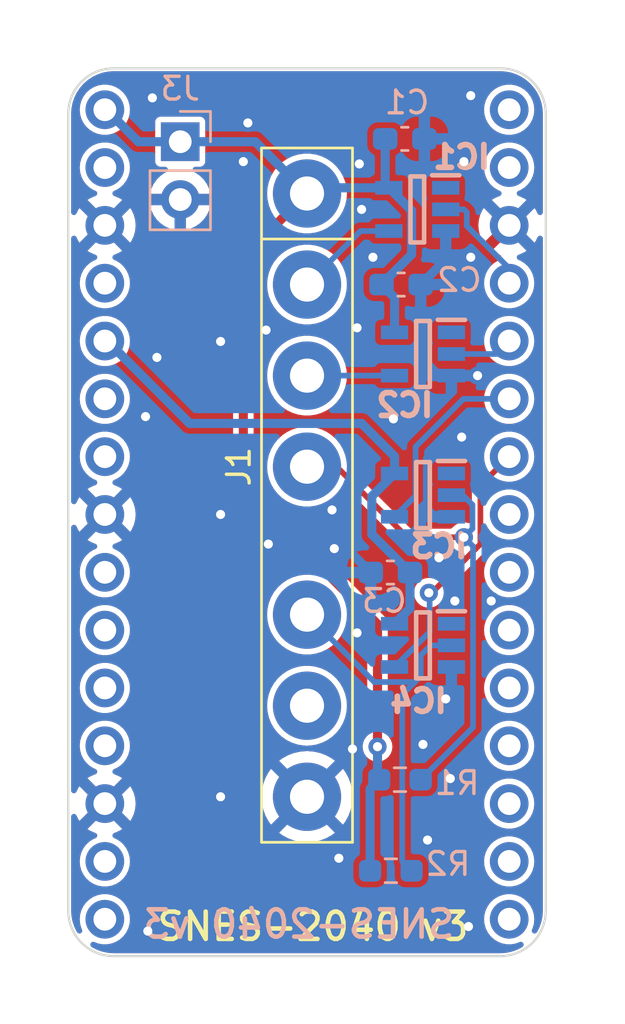
<source format=kicad_pcb>
(kicad_pcb (version 20221018) (generator pcbnew)
  (layers (0 "F.Cu" signal) (31 "B.Cu" signal) (34 "B.Paste" user) (35 "F.Paste" user) (36 "B.SilkS" user "B.Silkscreen") (37 "F.SilkS" user "F.Silkscreen") (38 "B.Mask" user) (39 "F.Mask" user) (44 "Edge.Cuts" user))
  (net 0 "")
  (net 2 "Net-(IC1-A)")
  (net 3 "GND")
  (net 4 "Net-(IC1-Y)")
  (net 5 "+5V")
  (net 7 "Net-(IC2-A)")
  (net 8 "Net-(IC2-Y)")
  (net 10 "Net-(IC3-A)")
  (net 11 "Net-(IC3-Y)")
  (net 12 "+3.3V")
  (net 14 "Net-(IC4-A)")
  (net 15 "Net-(IC4-Y)")
  (footprint "snes_controller:snes_controller_socket" (layer "F.Cu") (at 208.5 80.5 -90)
    (fp_text reference "J1" (at 0 3 90) (layer "F.SilkS"))
    (fp_text value "~")
    (fp_line (start -14 -2) (end 16.5 -2) (stroke (width 0.12)) (layer "F.SilkS"))
    (fp_line (start -14 2) (end -14 -2) (stroke (width 0.12)) (layer "F.SilkS"))
    (fp_line (start -10 -2) (end -10 2) (stroke (width 0.12)) (layer "F.SilkS"))
    (fp_line (start 16.5 -2) (end 16.5 2) (stroke (width 0.12)) (layer "F.SilkS"))
    (fp_line (start 16.5 2) (end -14 2) (stroke (width 0.12)) (layer "F.SilkS"))
    (pad "1" thru_hole circle (at -12 0 270) (size 3 3) (drill 1.5) (layers "*.Cu" "*.Mask") (net 5 "+5V"))
    (pad "2" thru_hole circle (at -8 0 270) (size 3 3) (drill 1.5) (layers "*.Cu" "*.Mask") (net 4 "Net-(IC1-Y)"))
    (pad "3" thru_hole circle (at -4 0 270) (size 3 3) (drill 1.5) (layers "*.Cu" "*.Mask") (net 8 "Net-(IC2-Y)"))
    (pad "4" thru_hole circle (at 0 0 270) (size 3 3) (drill 1.5) (layers "*.Cu" "*.Mask") (net 10 "Net-(IC3-A)"))
    (pad "5" thru_hole circle (at 6.5 0 270) (size 3 3) (drill 1.5) (layers "*.Cu" "*.Mask") (net 14 "Net-(IC4-A)"))
    (pad "6" thru_hole circle (at 10.5 0 270) (size 3 3) (drill 1.5) (layers "*.Cu" "*.Mask"))
    (pad "7" thru_hole circle (at 14.5 0 270) (size 3 3) (drill 1.5) (layers "*.Cu" "*.Mask") (net 3 "GND"))
  )
  (footprint "Capacitor_SMD:C_0603_1608Metric_Pad1.08x0.95mm_HandSolder" (layer "B.Cu") (at 212.6375 72.5)
    (fp_text reference "C2" (at 2.5625 -0.2) (layer "B.SilkS") (effects (justify mirror)))
    (fp_text value "0.1u")
    (fp_line (start -0.146267 -0.51) (end 0.146267 -0.51) (stroke (width 0.12)) (layer "B.SilkS"))
    (fp_line (start -0.146267 0.51) (end 0.146267 0.51) (stroke (width 0.12)) (layer "B.SilkS"))
    (pad "1" smd roundrect (at -0.8625 0) (size 1.075 0.95) (layers "B.Cu" "B.Paste" "B.Mask") (net 5 "+5V"))
    (pad "2" smd roundrect (at 0.8625 0) (size 1.075 0.95) (layers "B.Cu" "B.Paste" "B.Mask") (net 3 "GND"))
  )
  (footprint "SamacSys_Parts:SOT95P280X145-5N" (layer "B.Cu") (at 213.6 81.75 180)
    (fp_text reference "IC3" (at -0.7 -2.25) (layer "B.SilkS") (effects (font (thickness 0.25)) (justify mirror)))
    (fp_text value "SN74LV1T34DBVR" hide)
    (fp_line (start -1.85 1.5) (end -0.65 1.5) (stroke (width 0.2)) (layer "B.SilkS"))
    (fp_line (start -0.3 -1.45) (end -0.3 1.45) (stroke (width 0.2)) (layer "B.SilkS"))
    (fp_line (start -0.3 1.45) (end 0.3 1.45) (stroke (width 0.2)) (layer "B.SilkS"))
    (fp_line (start 0.3 -1.45) (end -0.3 -1.45) (stroke (width 0.2)) (layer "B.SilkS"))
    (fp_line (start 0.3 1.45) (end 0.3 -1.45) (stroke (width 0.2)) (layer "B.SilkS"))
    (pad "1" smd rect (at -1.25 0.95 90) (size 0.6 1.2) (layers "B.Cu" "B.Paste" "B.Mask"))
    (pad "2" smd rect (at -1.25 0 90) (size 0.6 1.2) (layers "B.Cu" "B.Paste" "B.Mask") (net 10 "Net-(IC3-A)"))
    (pad "3" smd rect (at -1.25 -0.95 90) (size 0.6 1.2) (layers "B.Cu" "B.Paste" "B.Mask") (net 3 "GND"))
    (pad "4" smd rect (at 1.25 -0.95 90) (size 0.6 1.2) (layers "B.Cu" "B.Paste" "B.Mask") (net 11 "Net-(IC3-Y)"))
    (pad "5" smd rect (at 1.25 0.95 90) (size 0.6 1.2) (layers "B.Cu" "B.Paste" "B.Mask") (net 12 "+3.3V"))
  )
  (footprint "snes_controller:PICO_DIP_40_no16-26" (layer "B.Cu") (at 208.5 88.95 -90)
    (fp_text reference "J2" hide)
    (fp_text value "PICO")
    (pad "1" thru_hole circle (at -24.13 -8.89 270) (size 1.7 1.7) (drill 1) (layers "*.Cu" "*.Mask"))
    (pad "2" thru_hole circle (at -21.59 -8.89 270) (size 1.7 1.7) (drill 1) (layers "*.Cu" "*.Mask"))
    (pad "3" thru_hole circle (at -19.05 -8.89 270) (size 1.7 1.7) (drill 1) (layers "*.Cu" "*.Mask") (net 3 "GND"))
    (pad "4" thru_hole circle (at -16.51 -8.89 270) (size 1.7 1.7) (drill 1) (layers "*.Cu" "*.Mask") (net 2 "Net-(IC1-A)"))
    (pad "5" thru_hole circle (at -13.97 -8.89 270) (size 1.7 1.7) (drill 1) (layers "*.Cu" "*.Mask") (net 7 "Net-(IC2-A)"))
    (pad "6" thru_hole circle (at -11.43 -8.89 270) (size 1.7 1.7) (drill 1) (layers "*.Cu" "*.Mask") (net 11 "Net-(IC3-Y)"))
    (pad "7" thru_hole circle (at -8.89 -8.89 270) (size 1.7 1.7) (drill 1) (layers "*.Cu" "*.Mask") (net 15 "Net-(IC4-Y)"))
    (pad "8" thru_hole circle (at -6.35 -8.89 270) (size 1.7 1.7) (drill 1) (layers "*.Cu" "*.Mask"))
    (pad "9" thru_hole circle (at -3.81 -8.89 270) (size 1.7 1.7) (drill 1) (layers "*.Cu" "*.Mask"))
    (pad "10" thru_hole circle (at -1.27 -8.89 270) (size 1.7 1.7) (drill 1) (layers "*.Cu" "*.Mask"))
    (pad "11" thru_hole circle (at 1.27 -8.89 270) (size 1.7 1.7) (drill 1) (layers "*.Cu" "*.Mask"))
    (pad "12" thru_hole circle (at 3.81 -8.89 270) (size 1.7 1.7) (drill 1) (layers "*.Cu" "*.Mask"))
    (pad "13" thru_hole circle (at 6.35 -8.89 270) (size 1.7 1.7) (drill 1) (layers "*.Cu" "*.Mask"))
    (pad "14" thru_hole circle (at 8.89 -8.89 270) (size 1.7 1.7) (drill 1) (layers "*.Cu" "*.Mask"))
    (pad "15" thru_hole circle (at 11.43 -8.89 270) (size 1.7 1.7) (drill 1) (layers "*.Cu" "*.Mask"))
    (pad "26" thru_hole circle (at 11.43 8.89 270) (size 1.7 1.7) (drill 1) (layers "*.Cu" "*.Mask"))
    (pad "27" thru_hole circle (at 8.89 8.89 270) (size 1.7 1.7) (drill 1) (layers "*.Cu" "*.Mask"))
    (pad "28" thru_hole circle (at 6.35 8.89 270) (size 1.7 1.7) (drill 1) (layers "*.Cu" "*.Mask") (net 3 "GND"))
    (pad "29" thru_hole circle (at 3.81 8.89 270) (size 1.7 1.7) (drill 1) (layers "*.Cu" "*.Mask"))
    (pad "30" thru_hole circle (at 1.27 8.89 270) (size 1.7 1.7) (drill 1) (layers "*.Cu" "*.Mask"))
    (pad "31" thru_hole circle (at -1.27 8.89 270) (size 1.7 1.7) (drill 1) (layers "*.Cu" "*.Mask"))
    (pad "32" thru_hole circle (at -3.81 8.89 270) (size 1.7 1.7) (drill 1) (layers "*.Cu" "*.Mask"))
    (pad "33" thru_hole circle (at -6.35 8.89 270) (size 1.7 1.7) (drill 1) (layers "*.Cu" "*.Mask") (net 3 "GND"))
    (pad "34" thru_hole circle (at -8.89 8.89 270) (size 1.7 1.7) (drill 1) (layers "*.Cu" "*.Mask"))
    (pad "35" thru_hole circle (at -11.43 8.89 270) (size 1.7 1.7) (drill 1) (layers "*.Cu" "*.Mask"))
    (pad "36" thru_hole circle (at -13.97 8.89 270) (size 1.7 1.7) (drill 1) (layers "*.Cu" "*.Mask") (net 12 "+3.3V"))
    (pad "37" thru_hole circle (at -16.51 8.89 270) (size 1.7 1.7) (drill 1) (layers "*.Cu" "*.Mask"))
    (pad "38" thru_hole circle (at -19.05 8.89 270) (size 1.7 1.7) (drill 1) (layers "*.Cu" "*.Mask") (net 3 "GND"))
    (pad "39" thru_hole circle (at -21.59 8.89 270) (size 1.7 1.7) (drill 1) (layers "*.Cu" "*.Mask"))
    (pad "40" thru_hole circle (at -24.13 8.89 270) (size 1.7 1.7) (drill 1) (layers "*.Cu" "*.Mask") (net 5 "+5V"))
  )
  (footprint "Resistor_SMD:R_0603_1608Metric_Pad0.98x0.95mm_HandSolder" (layer "B.Cu") (at 212.5875 94.25)
    (fp_text reference "R1" (at 2.5125 0.15) (layer "B.SilkS") (effects (justify mirror)))
    (fp_text value "100k")
    (fp_line (start -0.254724 -0.5225) (end 0.254724 -0.5225) (stroke (width 0.12)) (layer "B.SilkS"))
    (fp_line (start -0.254724 0.5225) (end 0.254724 0.5225) (stroke (width 0.12)) (layer "B.SilkS"))
    (pad "1" smd roundrect (at -0.9125 0) (size 0.975 0.95) (layers "B.Cu" "B.Paste" "B.Mask") (net 5 "+5V"))
    (pad "2" smd roundrect (at 0.9125 0) (size 0.975 0.95) (layers "B.Cu" "B.Paste" "B.Mask") (net 10 "Net-(IC3-A)"))
  )
  (footprint "Capacitor_SMD:C_0603_1608Metric_Pad1.08x0.95mm_HandSolder" (layer "B.Cu") (at 212.8 66.1)
    (fp_text reference "C1" (at 0.1 -1.6 180) (layer "B.SilkS") (effects (justify mirror)))
    (fp_text value "0.1u")
    (fp_line (start -0.146267 -0.51) (end 0.146267 -0.51) (stroke (width 0.12)) (layer "B.SilkS"))
    (fp_line (start -0.146267 0.51) (end 0.146267 0.51) (stroke (width 0.12)) (layer "B.SilkS"))
    (pad "1" smd roundrect (at -0.8625 0) (size 1.075 0.95) (layers "B.Cu" "B.Paste" "B.Mask") (net 5 "+5V"))
    (pad "2" smd roundrect (at 0.8625 0) (size 1.075 0.95) (layers "B.Cu" "B.Paste" "B.Mask") (net 3 "GND"))
  )
  (footprint "Capacitor_SMD:C_0603_1608Metric_Pad1.08x0.95mm_HandSolder" (layer "B.Cu") (at 212.1675 85.15 180)
    (fp_text reference "C3" (at 0.2675 -1.25) (layer "B.SilkS") (effects (justify mirror)))
    (fp_text value "0.1u")
    (fp_line (start -0.146267 -0.51) (end 0.146267 -0.51) (stroke (width 0.12)) (layer "B.SilkS"))
    (fp_line (start -0.146267 0.51) (end 0.146267 0.51) (stroke (width 0.12)) (layer "B.SilkS"))
    (pad "1" smd roundrect (at -0.8625 0 180) (size 1.075 0.95) (layers "B.Cu" "B.Paste" "B.Mask") (net 12 "+3.3V"))
    (pad "2" smd roundrect (at 0.8625 0 180) (size 1.075 0.95) (layers "B.Cu" "B.Paste" "B.Mask") (net 3 "GND"))
  )
  (footprint "SamacSys_Parts:SOT95P280X145-5N" (layer "B.Cu") (at 213.6 88.35 180)
    (fp_text reference "IC4" (at 0.2 -2.45) (layer "B.SilkS") (effects (font (thickness 0.25)) (justify mirror)))
    (fp_text value "SN74LV1T34DBVR" hide)
    (fp_line (start -1.85 1.5) (end -0.65 1.5) (stroke (width 0.2)) (layer "B.SilkS"))
    (fp_line (start -0.3 -1.45) (end -0.3 1.45) (stroke (width 0.2)) (layer "B.SilkS"))
    (fp_line (start -0.3 1.45) (end 0.3 1.45) (stroke (width 0.2)) (layer "B.SilkS"))
    (fp_line (start 0.3 -1.45) (end -0.3 -1.45) (stroke (width 0.2)) (layer "B.SilkS"))
    (fp_line (start 0.3 1.45) (end 0.3 -1.45) (stroke (width 0.2)) (layer "B.SilkS"))
    (pad "1" smd rect (at -1.25 0.95 90) (size 0.6 1.2) (layers "B.Cu" "B.Paste" "B.Mask"))
    (pad "2" smd rect (at -1.25 0 90) (size 0.6 1.2) (layers "B.Cu" "B.Paste" "B.Mask") (net 14 "Net-(IC4-A)"))
    (pad "3" smd rect (at -1.25 -0.95 90) (size 0.6 1.2) (layers "B.Cu" "B.Paste" "B.Mask") (net 3 "GND"))
    (pad "4" smd rect (at 1.25 -0.95 90) (size 0.6 1.2) (layers "B.Cu" "B.Paste" "B.Mask") (net 15 "Net-(IC4-Y)"))
    (pad "5" smd rect (at 1.25 0.95 90) (size 0.6 1.2) (layers "B.Cu" "B.Paste" "B.Mask") (net 12 "+3.3V"))
  )
  (footprint "Resistor_SMD:R_0603_1608Metric_Pad0.98x0.95mm_HandSolder" (layer "B.Cu") (at 212.1875 98.25)
    (fp_text reference "R2" (at 2.5125 -0.3) (layer "B.SilkS") (effects (justify mirror)))
    (fp_text value "100k")
    (fp_line (start -0.254724 -0.5225) (end 0.254724 -0.5225) (stroke (width 0.12)) (layer "B.SilkS"))
    (fp_line (start -0.254724 0.5225) (end 0.254724 0.5225) (stroke (width 0.12)) (layer "B.SilkS"))
    (pad "1" smd roundrect (at -0.9125 0) (size 0.975 0.95) (layers "B.Cu" "B.Paste" "B.Mask") (net 5 "+5V"))
    (pad "2" smd roundrect (at 0.9125 0) (size 0.975 0.95) (layers "B.Cu" "B.Paste" "B.Mask") (net 14 "Net-(IC4-A)"))
  )
  (footprint "SamacSys_Parts:SOT95P280X145-5N" (layer "B.Cu") (at 213.35 69.2 180)
    (fp_text reference "IC1" (at -1.95 2.3) (layer "B.SilkS") (effects (font (thickness 0.25)) (justify mirror)))
    (fp_text value "SN74LV1T34DBVR" hide)
    (fp_line (start -1.85 1.5) (end -0.65 1.5) (stroke (width 0.2)) (layer "B.SilkS"))
    (fp_line (start -0.3 -1.45) (end -0.3 1.45) (stroke (width 0.2)) (layer "B.SilkS"))
    (fp_line (start -0.3 1.45) (end 0.3 1.45) (stroke (width 0.2)) (layer "B.SilkS"))
    (fp_line (start 0.3 -1.45) (end -0.3 -1.45) (stroke (width 0.2)) (layer "B.SilkS"))
    (fp_line (start 0.3 1.45) (end 0.3 -1.45) (stroke (width 0.2)) (layer "B.SilkS"))
    (pad "1" smd rect (at -1.25 0.95 90) (size 0.6 1.2) (layers "B.Cu" "B.Paste" "B.Mask"))
    (pad "2" smd rect (at -1.25 0 90) (size 0.6 1.2) (layers "B.Cu" "B.Paste" "B.Mask") (net 2 "Net-(IC1-A)"))
    (pad "3" smd rect (at -1.25 -0.95 90) (size 0.6 1.2) (layers "B.Cu" "B.Paste" "B.Mask") (net 3 "GND"))
    (pad "4" smd rect (at 1.25 -0.95 90) (size 0.6 1.2) (layers "B.Cu" "B.Paste" "B.Mask") (net 4 "Net-(IC1-Y)"))
    (pad "5" smd rect (at 1.25 0.95 90) (size 0.6 1.2) (layers "B.Cu" "B.Paste" "B.Mask") (net 5 "+5V"))
  )
  (footprint "SamacSys_Parts:SOT95P280X145-5N" (layer "B.Cu") (at 213.6 75.55 180)
    (fp_text reference "IC2" (at 0.8 -2.25) (layer "B.SilkS") (effects (font (thickness 0.25)) (justify mirror)))
    (fp_text value "SN74LV1T34DBVR" hide)
    (fp_line (start -1.85 1.5) (end -0.65 1.5) (stroke (width 0.2)) (layer "B.SilkS"))
    (fp_line (start -0.3 -1.45) (end -0.3 1.45) (stroke (width 0.2)) (layer "B.SilkS"))
    (fp_line (start -0.3 1.45) (end 0.3 1.45) (stroke (width 0.2)) (layer "B.SilkS"))
    (fp_line (start 0.3 -1.45) (end -0.3 -1.45) (stroke (width 0.2)) (layer "B.SilkS"))
    (fp_line (start 0.3 1.45) (end 0.3 -1.45) (stroke (width 0.2)) (layer "B.SilkS"))
    (pad "1" smd rect (at -1.25 0.95 90) (size 0.6 1.2) (layers "B.Cu" "B.Paste" "B.Mask"))
    (pad "2" smd rect (at -1.25 0 90) (size 0.6 1.2) (layers "B.Cu" "B.Paste" "B.Mask") (net 7 "Net-(IC2-A)"))
    (pad "3" smd rect (at -1.25 -0.95 90) (size 0.6 1.2) (layers "B.Cu" "B.Paste" "B.Mask") (net 3 "GND"))
    (pad "4" smd rect (at 1.25 -0.95 90) (size 0.6 1.2) (layers "B.Cu" "B.Paste" "B.Mask") (net 8 "Net-(IC2-Y)"))
    (pad "5" smd rect (at 1.25 0.95 90) (size 0.6 1.2) (layers "B.Cu" "B.Paste" "B.Mask") (net 5 "+5V"))
  )
  (footprint "Connector_PinHeader_2.54mm:PinHeader_1x02_P2.54mm_Vertical" (layer "B.Cu") (at 202.925 66.225 180)
    (fp_text reference "J3" (at 0 2.33) (layer "B.SilkS") (effects (justify mirror)))
    (fp_text value "Conn_01x02_Pin")
    (fp_line (start -1.33 -3.87) (end 1.33 -3.87) (stroke (width 0.12)) (layer "B.SilkS"))
    (fp_line (start -1.33 -1.27) (end -1.33 -3.87) (stroke (width 0.12)) (layer "B.SilkS"))
    (fp_line (start -1.33 -1.27) (end 1.33 -1.27) (stroke (width 0.12)) (layer "B.SilkS"))
    (fp_line (start -1.33 0) (end -1.33 1.33) (stroke (width 0.12)) (layer "B.SilkS"))
    (fp_line (start -1.33 1.33) (end 0 1.33) (stroke (width 0.12)) (layer "B.SilkS"))
    (fp_line (start 1.33 -1.27) (end 1.33 -3.87) (stroke (width 0.12)) (layer "B.SilkS"))
    (pad "1" thru_hole rect (at 0 0 180) (size 1.7 1.7) (drill 1) (layers "*.Cu" "*.Mask") (net 5 "+5V"))
    (pad "2" thru_hole oval (at 0 -2.54 180) (size 1.7 1.7) (drill 1) (layers "*.Cu" "*.Mask") (net 3 "GND"))
  )
  (gr_line (start 200 63) (end 217 63) (stroke (width 0.1)) (layer "Edge.Cuts"))
  (gr_line (start 200 102) (end 217 102) (stroke (width 0.1)) (layer "Edge.Cuts"))
  (gr_arc (start 219 100) (mid 218.414214 101.414214) (end 217 102) (stroke (width 0.1)) (layer "Edge.Cuts"))
  (gr_arc (start 198 65) (mid 198.585786 63.585786) (end 200 63) (stroke (width 0.1)) (layer "Edge.Cuts"))
  (gr_arc (start 200 102) (mid 198.585786 101.414214) (end 198 100) (stroke (width 0.1)) (layer "Edge.Cuts"))
  (gr_arc (start 217 63) (mid 218.414214 63.585786) (end 219 65) (stroke (width 0.1)) (layer "Edge.Cuts"))
  (gr_line (start 198 65) (end 198 100) (stroke (width 0.1)) (layer "Edge.Cuts"))
  (gr_line (start 219 65) (end 219 100) (stroke (width 0.1)) (layer "Edge.Cuts"))
  (gr_text "SNES-2040 v3" (at 215.1 101.3) (layer "B.SilkS") (effects (font (size 1.2 1.2) (thickness 0.2)) (justify left bottom mirror)))
  (gr_text "SNES-2040 v3" (at 201.8 101.4) (layer "F.SilkS") (effects (font (size 1.2 1.2) (thickness 0.2)) (justify left bottom)))
  (segment (start 217.39 71.79) (end 215.525 69.925) (width 0.25) (layer "B.Cu") (net 2))
  (segment (start 215.4 69.2) (end 214.6 69.2) (width 0.25) (layer "B.Cu") (net 2))
  (segment (start 215.525 69.925) (end 215.525 69.325) (width 0.25) (layer "B.Cu") (net 2))
  (segment (start 217.39 72.44) (end 217.39 71.79) (width 0.25) (layer "B.Cu") (net 2))
  (segment (start 215.525 69.325) (end 215.4 69.2) (width 0.25) (layer "B.Cu") (net 2))
  (segment (start 199.61 69.9) (end 199.61 69.91) (width 0.4) (layer "F.Cu") (net 3))
  (segment (start 204.7 75) (end 204.7 82.6) (width 0.4) (layer "F.Cu") (net 3))
  (segment (start 204.7 74.5) (end 204.7 75) (width 0.4) (layer "F.Cu") (net 3))
  (segment (start 216 71.6) (end 215.7 71.3) (width 0.4) (layer "F.Cu") (net 3))
  (segment (start 199.61 69.91) (end 201.1 71.4) (width 0.4) (layer "F.Cu") (net 3))
  (segment (start 201.6 71.4) (end 204.7 74.5) (width 0.4) (layer "F.Cu") (net 3))
  (segment (start 216 78.5) (end 215.3 79.2) (width 0.4) (layer "F.Cu") (net 3))
  (segment (start 215.7 71.3) (end 216 71.3) (width 0.4) (layer "F.Cu") (net 3))
  (segment (start 216 76.5) (end 216 71.6) (width 0.4) (layer "F.Cu") (net 3))
  (segment (start 216 76.5) (end 216 78.5) (width 0.4) (layer "F.Cu") (net 3))
  (segment (start 204.7 95) (end 204.7 82.6) (width 0.4) (layer "F.Cu") (net 3))
  (segment (start 214.6 90.7) (end 214.6 92.7) (width 0.4) (layer "F.Cu") (net 3))
  (segment (start 216.7 70.6) (end 216.7 70.59) (width 0.4) (layer "F.Cu") (net 3))
  (segment (start 214.6 92.7) (end 210.4 96.9) (width 0.4) (layer "F.Cu") (net 3))
  (segment (start 216 71.3) (end 216.7 70.6) (width 0.4) (layer "F.Cu") (net 3))
  (segment (start 210.4 96.9) (end 208.5 95) (width 0.4) (layer "F.Cu") (net 3))
  (segment (start 201.1 71.4) (end 201.6 71.4) (width 0.4) (layer "F.Cu") (net 3))
  (segment (start 216.7 70.59) (end 217.39 69.9) (width 0.4) (layer "F.Cu") (net 3))
  (via (at 201.7 64.3) (size 0.8) (drill 0.4) (layers "F.Cu" "B.Cu") (net 3))
  (via (at 209.7 84.1) (size 0.8) (drill 0.4) (layers "F.Cu" "B.Cu") (net 3))
  (via (at 201.5 100.9) (size 0.8) (drill 0.4) (layers "F.Cu" "B.Cu") (net 3))
  (via (at 214.3 84.5) (size 0.8) (drill 0.4) (layers "F.Cu" "B.Cu") (net 3))
  (via (at 210.9 69.2) (size 0.8) (drill 0.4) (layers "F.Cu" "B.Cu") (net 3))
  (via (at 215.4 67.1) (size 0.8) (drill 0.4) (layers "F.Cu" "B.Cu") (net 3))
  (via (at 213.8 96.9) (size 0.8) (drill 0.4) (layers "F.Cu" "B.Cu") (net 3))
  (via (at 215.7 71.3) (size 0.8) (drill 0.4) (layers "F.Cu" "B.Cu") (net 3))
  (via (at 209.9 97.7) (size 0.8) (drill 0.4) (layers "F.Cu" "B.Cu") (net 3))
  (via (at 214.6 90.7) (size 0.8) (drill 0.4) (layers "F.Cu" "B.Cu") (net 3))
  (via (at 215.3 79.2) (size 0.8) (drill 0.4) (layers "F.Cu" "B.Cu") (net 3))
  (via (at 201.9 75.7) (size 0.8) (drill 0.4) (layers "F.Cu" "B.Cu") (net 3))
  (via (at 215 86.4) (size 0.8) (drill 0.4) (layers "F.Cu" "B.Cu") (net 3))
  (via (at 209.6 82.4) (size 0.8) (drill 0.4) (layers "F.Cu" "B.Cu") (net 3))
  (via (at 210.8 67.2) (size 0.8) (drill 0.4) (layers "F.Cu" "B.Cu") (net 3))
  (via (at 201.4 78.3) (size 0.8) (drill 0.4) (layers "F.Cu" "B.Cu") (net 3))
  (via (at 205.9 65.4) (size 0.8) (drill 0.4) (layers "F.Cu" "B.Cu") (net 3))
  (via (at 214.8 94.2) (size 0.8) (drill 0.4) (layers "F.Cu" "B.Cu") (net 3))
  (via (at 216.6 86.4) (size 0.8) (drill 0.4) (layers "F.Cu" "B.Cu") (net 3))
  (via (at 204.7 95) (size 0.8) (drill 0.4) (layers "F.Cu" "B.Cu") (net 3))
  (via (at 204.7 82.6) (size 0.8) (drill 0.4) (layers "F.Cu" "B.Cu") (net 3))
  (via (at 206.8 83.9) (size 0.8) (drill 0.4) (layers "F.Cu" "B.Cu") (net 3))
  (via (at 210.7 87.8) (size 0.8) (drill 0.4) (layers "F.Cu" "B.Cu") (net 3))
  (via (at 213.6 92.7) (size 0.8) (drill 0.4) (layers "F.Cu" "B.Cu") (net 3))
  (via (at 212.3 78.4) (size 0.8) (drill 0.4) (layers "F.Cu" "B.Cu") (net 3))
  (via (at 205.7 67.1) (size 0.8) (drill 0.4) (layers "F.Cu" "B.Cu") (net 3))
  (via (at 210.7 74.4) (size 0.8) (drill 0.4) (layers "F.Cu" "B.Cu") (net 3))
  (via (at 210.5 92.9) (size 0.8) (drill 0.4) (layers "F.Cu" "B.Cu") (net 3))
  (via (at 204.7 75) (size 0.8) (drill 0.4) (layers "F.Cu" "B.Cu") (net 3))
  (via (at 206.7 74.5) (size 0.8) (drill 0.4) (layers "F.Cu" "B.Cu") (net 3))
  (via (at 216 76.5) (size 0.8) (drill 0.4) (layers "F.Cu" "B.Cu") (net 3))
  (via (at 215.7 64.2) (size 0.8) (drill 0.4) (layers "F.Cu" "B.Cu") (net 3))
  (via (at 211.4 71.3) (size 0.8) (drill 0.4) (layers "F.Cu" "B.Cu") (net 3))
  (via (at 215.6 100.7) (size 0.8) (drill 0.4) (layers "F.Cu" "B.Cu") (net 3))
  (segment (start 206.8 83.4) (end 206 82.6) (width 0.4) (layer "B.Cu") (net 3))
  (segment (start 205.5 67.3) (end 205.5 68) (width 0.4) (layer "B.Cu") (net 3))
  (segment (start 213.5 72.5) (end 213.5 75.7) (width 0.4) (layer "B.Cu") (net 3))
  (segment (start 206 82.6) (end 204.7 82.6) (width 0.4) (layer "B.Cu") (net 3))
  (segment (start 213.8 80.15) (end 214.75 79.2) (width 0.4) (layer "B.Cu") (net 3))
  (segment (start 214.85 89.3) (end 214.85 90.45) (width 0.4) (layer "B.Cu") (net 3))
  (segment (start 201.11 96.8) (end 199.61 95.3) (width 0.4) (layer "B.Cu") (net 3))
  (segment (start 214.85 82.7) (end 214.1 82.7) (width 0.4) (layer "B.Cu") (net 3))
  (segment (start 207.3 83.9) (end 206.8 83.9) (width 0.4) (layer "B.Cu") (net 3))
  (segment (start 204.7 82.6) (end 203.3 84) (width 0.4) (layer "B.Cu") (net 3))
  (segment (start 215.4 66.5) (end 215.4 67.1) (width 0.4) (layer "B.Cu") (net 3))
  (segment (start 214.9 71.3) (end 214.6 71) (width 0.4) (layer "B.Cu") (net 3))
  (segment (start 216.99 69.49) (end 217.39 69.49) (width 0.4) (layer "B.Cu") (net 3))
  (segment (start 208.5 95) (end 206.7 96.8) (width 0.4) (layer "B.Cu") (net 3))
  (segment (start 201.01 84) (end 199.61 82.6) (width 0.4) (layer "B.Cu") (net 3))
  (segment (start 214.75 79.2) (end 215.3 79.2) (width 0.4) (layer "B.Cu") (net 3))
  (segment (start 216 67.1) (end 216.1 67.2) (width 0.4) (layer "B.Cu") (net 3))
  (segment (start 203.3 84) (end 201.01 84) (width 0.4) (layer "B.Cu") (net 3))
  (segment (start 216.1 67.2) (end 216.1 68.6) (width 0.4) (layer "B.Cu") (net 3))
  (segment (start 214.6 71.4) (end 213.5 72.5) (width 0.4) (layer "B.Cu") (net 3))
  (segment (start 214.6 70.15) (end 214.6 71) (width 0.4) (layer "B.Cu") (net 3))
  (segment (start 205.7 67.1) (end 205.5 67.3) (width 0.4) (layer "B.Cu") (net 3))
  (segment (start 213.8 82.4) (end 213.8 80.15) (width 0.4) (layer "B.Cu") (net 3))
  (segment (start 211.305 85.15) (end 210.455 84.3) (width 0.4) (layer "B.Cu") (net 3))
  (segment (start 214.85 76.5) (end 216 76.5) (width 0.4) (layer "B.Cu") (net 3))
  (segment (start 206.7 96.8) (end 201.11 96.8) (width 0.4) (layer "B.Cu") (net 3))
  (segment (start 209.9 84.3) (end 209.7 84.1) (width 0.4) (layer "B.Cu") (net 3))
  (segment (start 214.3 76.5) (end 214.85 76.5) (width 0.4) (layer "B.Cu") (net 3))
  (segment (start 215 66.1) (end 215.4 66.5) (width 0.4) (layer "B.Cu") (net 3))
  (segment (start 214.6 71) (end 214.6 71.4) (width 0.4) (layer "B.Cu") (net 3))
  (segment (start 209.7 84.1) (end 209.5 84.3) (width 0.4) (layer "B.Cu") (net 3))
  (segment (start 215.4 67.1) (end 216 67.1) (width 0.4) (layer "B.Cu") (net 3))
  (segment (start 213.5 75.7) (end 214.3 76.5) (width 0.4) (layer "B.Cu") (net 3))
  (segment (start 215.7 71.3) (end 214.9 71.3) (width 0.4) (layer "B.Cu") (net 3))
  (segment (start 214.1 82.7) (end 213.8 82.4) (width 0.4) (layer "B.Cu") (net 3))
  (segment (start 209.5 84.3) (end 207.7 84.3) (width 0.4) (layer "B.Cu") (net 3))
  (segment (start 216.1 68.6) (end 216.99 69.49) (width 0.4) (layer "B.Cu") (net 3))
  (segment (start 205.5 68) (end 204.735 68.765) (width 0.4) (layer "B.Cu") (net 3))
  (segment (start 206.8 83.9) (end 206.8 83.4) (width 0.4) (layer "B.Cu") (net 3))
  (segment (start 214.85 90.45) (end 214.6 90.7) (width 0.4) (layer "B.Cu") (net 3))
  (segment (start 214 66.1) (end 215 66.1) (width 0.4) (layer "B.Cu") (net 3))
  (segment (start 210.455 84.3) (end 209.9 84.3) (width 0.4) (layer "B.Cu") (net 3))
  (segment (start 207.7 84.3) (end 207.3 83.9) (width 0.4) (layer "B.Cu") (net 3))
  (segment (start 204.735 68.765) (end 202.925 68.765) (width 0.4) (layer "B.Cu") (net 3))
  (segment (start 208.5 72.5) (end 210.85 70.15) (width 0.25) (layer "B.Cu") (net 4))
  (segment (start 210.85 70.15) (end 212.1 70.15) (width 0.25) (layer "B.Cu") (net 4))
  (segment (start 211.6 92.8) (end 211.6 87.412994) (width 0.4) (layer "F.Cu") (net 5))
  (segment (start 211.6 87.412994) (end 205.7 81.512994) (width 0.4) (layer "F.Cu") (net 5))
  (segment (start 205.7 71.3) (end 208.5 68.5) (width 0.4) (layer "F.Cu") (net 5))
  (segment (start 205.7 81.512994) (end 205.7 71.3) (width 0.4) (layer "F.Cu") (net 5))
  (via (at 211.6 92.8) (size 0.8) (drill 0.4) (layers "F.Cu" "B.Cu") (net 5))
  (segment (start 199.68 64.82) (end 201.085 66.225) (width 0.4) (layer "B.Cu") (net 5))
  (segment (start 211.275 94.65) (end 211.675 94.25) (width 0.4) (layer "B.Cu") (net 5))
  (segment (start 213.1 69.25) (end 212.1 68.25) (width 0.4) (layer "B.Cu") (net 5))
  (segment (start 211.6 92.8) (end 211.6 94.175) (width 0.4) (layer "B.Cu") (net 5))
  (segment (start 212.1 68.25) (end 208.75 68.25) (width 0.4) (layer "B.Cu") (net 5))
  (segment (start 211.6 94.175) (end 211.675 94.25) (width 0.4) (layer "B.Cu") (net 5))
  (segment (start 211.9375 68.0875) (end 212.1 68.25) (width 0.4) (layer "B.Cu") (net 5))
  (segment (start 201.085 66.225) (end 202.925 66.225) (width 0.4) (layer "B.Cu") (net 5))
  (segment (start 212.35 73.075) (end 211.775 72.5) (width 0.4) (layer "B.Cu") (net 5))
  (segment (start 211.9375 66.1) (end 211.9375 68.0875) (width 0.4) (layer "B.Cu") (net 5))
  (segment (start 212.35 74.6) (end 212.35 73.075) (width 0.4) (layer "B.Cu") (net 5))
  (segment (start 213.1 71.175) (end 213.1 69.25) (width 0.4) (layer "B.Cu") (net 5))
  (segment (start 211.275 98.25) (end 211.275 94.65) (width 0.4) (layer "B.Cu") (net 5))
  (segment (start 211.775 72.5) (end 213.1 71.175) (width 0.4) (layer "B.Cu") (net 5))
  (segment (start 202.925 66.225) (end 206.225 66.225) (width 0.4) (layer "B.Cu") (net 5))
  (segment (start 208.75 68.25) (end 208.5 68.5) (width 0.4) (layer "B.Cu") (net 5))
  (segment (start 199.61 64.82) (end 199.68 64.82) (width 0.4) (layer "B.Cu") (net 5))
  (segment (start 206.225 66.225) (end 208.5 68.5) (width 0.4) (layer "B.Cu") (net 5))
  (segment (start 217.39 74.98) (end 216.82 75.55) (width 0.25) (layer "B.Cu") (net 7))
  (segment (start 216.82 75.55) (end 214.85 75.55) (width 0.25) (layer "B.Cu") (net 7))
  (segment (start 208.5 76.5) (end 212.35 76.5) (width 0.25) (layer "B.Cu") (net 8))
  (segment (start 209.8 80.5) (end 212.9 83.6) (width 0.25) (layer "F.Cu") (net 10))
  (segment (start 212.9 83.6) (end 215.4 83.6) (width 0.25) (layer "F.Cu") (net 10))
  (segment (start 208.5 80.5) (end 209.8 80.5) (width 0.25) (layer "F.Cu") (net 10))
  (via (at 215.4 83.6) (size 0.8) (drill 0.4) (layers "F.Cu" "B.Cu") (net 10))
  (segment (start 215.775 83.225) (end 215.4 83.6) (width 0.25) (layer "B.Cu") (net 10))
  (segment (start 215.8 91.95) (end 213.5 94.25) (width 0.25) (layer "B.Cu") (net 10))
  (segment (start 214.85 81.75) (end 215.35 81.75) (width 0.25) (layer "B.Cu") (net 10))
  (segment (start 215.35 81.75) (end 215.775 82.175) (width 0.25) (layer "B.Cu") (net 10))
  (segment (start 215.4 83.6) (end 215.8 84) (width 0.25) (layer "B.Cu") (net 10))
  (segment (start 215.8 84) (end 215.8 91.95) (width 0.25) (layer "B.Cu") (net 10))
  (segment (start 215.775 82.175) (end 215.775 83.225) (width 0.25) (layer "B.Cu") (net 10))
  (segment (start 217.39 77.52) (end 215.38 77.52) (width 0.25) (layer "B.Cu") (net 11))
  (segment (start 213.275 81.775) (end 212.35 82.7) (width 0.25) (layer "B.Cu") (net 11))
  (segment (start 213.275 79.625) (end 213.275 81.775) (width 0.25) (layer "B.Cu") (net 11))
  (segment (start 215.38 77.52) (end 213.275 79.625) (width 0.25) (layer "B.Cu") (net 11))
  (segment (start 212.35 80.05) (end 210.9 78.6) (width 0.4) (layer "B.Cu") (net 12))
  (segment (start 203.34 78.6) (end 199.72 74.98) (width 0.4) (layer "B.Cu") (net 12))
  (segment (start 210.9 78.6) (end 203.34 78.6) (width 0.4) (layer "B.Cu") (net 12))
  (segment (start 212.35 80.8) (end 212.35 80.05) (width 0.4) (layer "B.Cu") (net 12))
  (segment (start 213.03 85.15) (end 213.03 86.72) (width 0.4) (layer "B.Cu") (net 12))
  (segment (start 211.35 81.8) (end 211.35 83.47) (width 0.4) (layer "B.Cu") (net 12))
  (segment (start 211.35 83.47) (end 213.03 85.15) (width 0.4) (layer "B.Cu") (net 12))
  (segment (start 212.35 80.8) (end 211.35 81.8) (width 0.4) (layer "B.Cu") (net 12))
  (segment (start 199.72 74.98) (end 199.61 74.98) (width 0.4) (layer "B.Cu") (net 12))
  (segment (start 213.03 86.72) (end 212.35 87.4) (width 0.4) (layer "B.Cu") (net 12))
  (segment (start 213.1 98.25) (end 212.6875 97.8375) (width 0.25) (layer "B.Cu") (net 14))
  (segment (start 214.85 88.35) (end 213.936396 88.35) (width 0.25) (layer "B.Cu") (net 14))
  (segment (start 212.6875 90.5125) (end 213.24047 89.95953) (width 0.25) (layer "B.Cu") (net 14))
  (segment (start 211.45953 89.95953) (end 208.5 87) (width 0.25) (layer "B.Cu") (net 14))
  (segment (start 213.24047 89.95953) (end 211.45953 89.95953) (width 0.25) (layer "B.Cu") (net 14))
  (segment (start 212.6875 97.8375) (end 212.6875 90.5125) (width 0.25) (layer "B.Cu") (net 14))
  (segment (start 213.936396 88.35) (end 213.5 88.786396) (width 0.25) (layer "B.Cu") (net 14))
  (segment (start 213.5 89.7) (end 213.24047 89.95953) (width 0.25) (layer "B.Cu") (net 14))
  (segment (start 213.5 88.786396) (end 213.5 89.7) (width 0.25) (layer "B.Cu") (net 14))
  (segment (start 213.85762 86.040792) (end 213.984513 86.040792) (width 0.25) (layer "F.Cu") (net 15))
  (segment (start 216.125 81.325) (end 217.39 80.06) (width 0.25) (layer "F.Cu") (net 15))
  (segment (start 213.984513 86.040792) (end 216.125 83.900305) (width 0.25) (layer "F.Cu") (net 15))
  (segment (start 216.125 83.900305) (end 216.125 81.325) (width 0.25) (layer "F.Cu") (net 15))
  (via (at 213.85762 86.040792) (size 0.8) (drill 0.4) (layers "F.Cu" "B.Cu") (net 15))
  (segment (start 213.8925 87.7575) (end 212.35 89.3) (width 0.25) (layer "B.Cu") (net 15))
  (segment (start 213.8925 86.075672) (end 213.8925 87.7575) (width 0.25) (layer "B.Cu") (net 15))
  (segment (start 213.85762 86.040792) (end 213.8925 86.075672) (width 0.25) (layer "B.Cu") (net 15))
  (zone (net 3) (net_name "GND") (layers "F&B.Cu") (name "GND") (connect_pads (clearance 0.25)) (min_thickness 0.25) (fill yes (thermal_gap 0.5) (thermal_bridge_width 0.5))
    (polygon (pts (xy 222.5 60) (xy 222.5 105) (xy 195 105) (xy 195 60)))
  )
)
</source>
